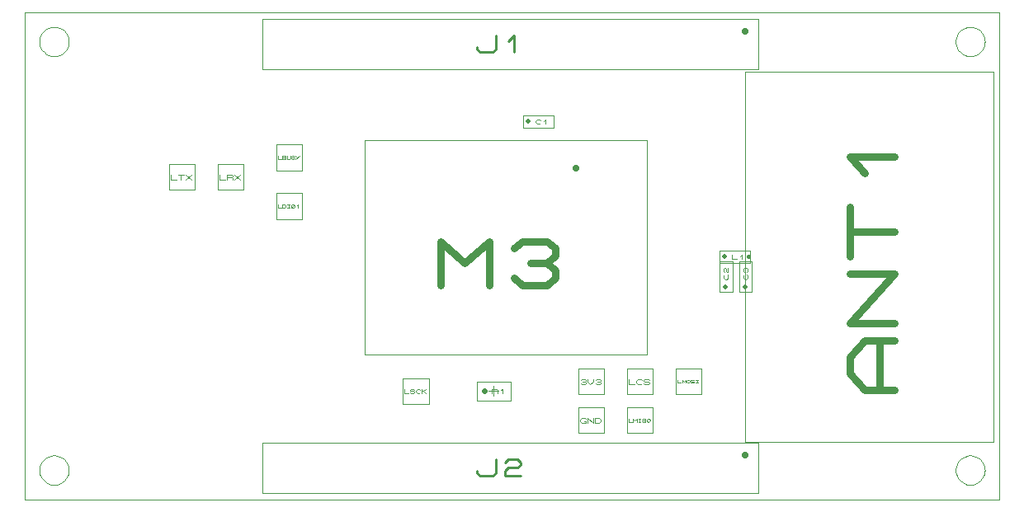
<source format=gbr>
G04 PROTEUS GERBER X2 FILE*
%TF.GenerationSoftware,Labcenter,Proteus,8.16-SP3-Build36097*%
%TF.CreationDate,2025-11-07T09:33:48+00:00*%
%TF.FileFunction,AssemblyDrawing,Top*%
%TF.FilePolarity,Positive*%
%TF.Part,Single*%
%TF.SameCoordinates,{ab98911b-3f69-4870-a6fc-6ca9eaabf26d}*%
%FSLAX45Y45*%
%MOMM*%
G01*
%TA.AperFunction,Profile*%
%ADD22C,0.101600*%
%TA.AperFunction,Material*%
%ADD25C,0.100000*%
%ADD40C,0.664000*%
%ADD41C,0.748990*%
%ADD26C,0.101600*%
%ADD42C,0.508000*%
%ADD43C,0.076200*%
%ADD44C,0.050800*%
%ADD45C,0.084660*%
%ADD46C,0.063500*%
%ADD47C,0.050000*%
%ADD48C,0.579120*%
%ADD49C,0.079460*%
%ADD50C,0.400000*%
%ADD51C,0.761140*%
%ADD52C,0.711200*%
%ADD53C,0.284480*%
%TD.AperFunction*%
D22*
X+9000Y+9000D02*
X+10009000Y+9000D01*
X+10009000Y+5009000D01*
X+9000Y+5009000D01*
X+9000Y+9000D01*
X+9859000Y+4709000D02*
X+9858498Y+4721258D01*
X+9854422Y+4745775D01*
X+9845906Y+4770292D01*
X+9832032Y+4794809D01*
X+9810806Y+4819161D01*
X+9786289Y+4837555D01*
X+9761772Y+4849411D01*
X+9737255Y+4856315D01*
X+9712738Y+4858953D01*
X+9709000Y+4859000D01*
X+9559000Y+4709000D02*
X+9559502Y+4721258D01*
X+9563578Y+4745775D01*
X+9572094Y+4770292D01*
X+9585968Y+4794809D01*
X+9607194Y+4819161D01*
X+9631711Y+4837555D01*
X+9656228Y+4849411D01*
X+9680745Y+4856315D01*
X+9705262Y+4858953D01*
X+9709000Y+4859000D01*
X+9559000Y+4709000D02*
X+9559502Y+4696742D01*
X+9563578Y+4672225D01*
X+9572094Y+4647708D01*
X+9585968Y+4623191D01*
X+9607194Y+4598839D01*
X+9631711Y+4580445D01*
X+9656228Y+4568589D01*
X+9680745Y+4561685D01*
X+9705262Y+4559047D01*
X+9709000Y+4559000D01*
X+9859000Y+4709000D02*
X+9858498Y+4696742D01*
X+9854422Y+4672225D01*
X+9845906Y+4647708D01*
X+9832032Y+4623191D01*
X+9810806Y+4598839D01*
X+9786289Y+4580445D01*
X+9761772Y+4568589D01*
X+9737255Y+4561685D01*
X+9712738Y+4559047D01*
X+9709000Y+4559000D01*
X+9859000Y+309000D02*
X+9858498Y+321258D01*
X+9854422Y+345775D01*
X+9845906Y+370292D01*
X+9832032Y+394809D01*
X+9810806Y+419161D01*
X+9786289Y+437555D01*
X+9761772Y+449411D01*
X+9737255Y+456315D01*
X+9712738Y+458953D01*
X+9709000Y+459000D01*
X+9559000Y+309000D02*
X+9559502Y+321258D01*
X+9563578Y+345775D01*
X+9572094Y+370292D01*
X+9585968Y+394809D01*
X+9607194Y+419161D01*
X+9631711Y+437555D01*
X+9656228Y+449411D01*
X+9680745Y+456315D01*
X+9705262Y+458953D01*
X+9709000Y+459000D01*
X+9559000Y+309000D02*
X+9559502Y+296742D01*
X+9563578Y+272225D01*
X+9572094Y+247708D01*
X+9585968Y+223191D01*
X+9607194Y+198839D01*
X+9631711Y+180445D01*
X+9656228Y+168589D01*
X+9680745Y+161685D01*
X+9705262Y+159047D01*
X+9709000Y+159000D01*
X+9859000Y+309000D02*
X+9858498Y+296742D01*
X+9854422Y+272225D01*
X+9845906Y+247708D01*
X+9832032Y+223191D01*
X+9810806Y+198839D01*
X+9786289Y+180445D01*
X+9761772Y+168589D01*
X+9737255Y+161685D01*
X+9712738Y+159047D01*
X+9709000Y+159000D01*
X+459000Y+309000D02*
X+458498Y+321258D01*
X+454422Y+345775D01*
X+445906Y+370292D01*
X+432032Y+394809D01*
X+410806Y+419161D01*
X+386289Y+437555D01*
X+361772Y+449411D01*
X+337255Y+456315D01*
X+312738Y+458953D01*
X+309000Y+459000D01*
X+159000Y+309000D02*
X+159502Y+321258D01*
X+163578Y+345775D01*
X+172094Y+370292D01*
X+185968Y+394809D01*
X+207194Y+419161D01*
X+231711Y+437555D01*
X+256228Y+449411D01*
X+280745Y+456315D01*
X+305262Y+458953D01*
X+309000Y+459000D01*
X+159000Y+309000D02*
X+159502Y+296742D01*
X+163578Y+272225D01*
X+172094Y+247708D01*
X+185968Y+223191D01*
X+207194Y+198839D01*
X+231711Y+180445D01*
X+256228Y+168589D01*
X+280745Y+161685D01*
X+305262Y+159047D01*
X+309000Y+159000D01*
X+459000Y+309000D02*
X+458498Y+296742D01*
X+454422Y+272225D01*
X+445906Y+247708D01*
X+432032Y+223191D01*
X+410806Y+198839D01*
X+386289Y+180445D01*
X+361772Y+168589D01*
X+337255Y+161685D01*
X+312738Y+159047D01*
X+309000Y+159000D01*
X+459000Y+4709000D02*
X+458498Y+4721258D01*
X+454422Y+4745775D01*
X+445906Y+4770292D01*
X+432032Y+4794809D01*
X+410806Y+4819161D01*
X+386289Y+4837555D01*
X+361772Y+4849411D01*
X+337255Y+4856315D01*
X+312738Y+4858953D01*
X+309000Y+4859000D01*
X+159000Y+4709000D02*
X+159502Y+4721258D01*
X+163578Y+4745775D01*
X+172094Y+4770292D01*
X+185968Y+4794809D01*
X+207194Y+4819161D01*
X+231711Y+4837555D01*
X+256228Y+4849411D01*
X+280745Y+4856315D01*
X+305262Y+4858953D01*
X+309000Y+4859000D01*
X+159000Y+4709000D02*
X+159502Y+4696742D01*
X+163578Y+4672225D01*
X+172094Y+4647708D01*
X+185968Y+4623191D01*
X+207194Y+4598839D01*
X+231711Y+4580445D01*
X+256228Y+4568589D01*
X+280745Y+4561685D01*
X+305262Y+4559047D01*
X+309000Y+4559000D01*
X+459000Y+4709000D02*
X+458498Y+4696742D01*
X+454422Y+4672225D01*
X+445906Y+4647708D01*
X+432032Y+4623191D01*
X+410806Y+4598839D01*
X+386289Y+4580445D01*
X+361772Y+4568589D01*
X+337255Y+4561685D01*
X+312738Y+4559047D01*
X+309000Y+4559000D01*
D25*
X+3498000Y+1498000D02*
X+6393000Y+1498000D01*
X+6393000Y+3693000D01*
X+3498000Y+3693000D01*
X+3498000Y+1498000D01*
D40*
X+5660000Y+3410000D02*
X+5660000Y+3410000D01*
D41*
X+4271406Y+2210201D02*
X+4271406Y+2659598D01*
X+4524191Y+2434900D01*
X+4776976Y+2659598D01*
X+4776976Y+2210201D01*
X+5029761Y+2584698D02*
X+5114023Y+2659598D01*
X+5366808Y+2659598D01*
X+5451070Y+2584698D01*
X+5451070Y+2509799D01*
X+5366808Y+2434900D01*
X+5451070Y+2360000D01*
X+5451070Y+2285101D01*
X+5366808Y+2210201D01*
X+5114023Y+2210201D01*
X+5029761Y+2285101D01*
X+5198285Y+2434900D02*
X+5366808Y+2434900D01*
D26*
X+5119200Y+3821420D02*
X+5434160Y+3821420D01*
X+5434160Y+3953500D01*
X+5119200Y+3953500D01*
X+5119200Y+3821420D01*
D42*
X+5170000Y+3890000D02*
X+5170000Y+3890000D01*
D43*
X+5297635Y+3872220D02*
X+5289062Y+3864600D01*
X+5263345Y+3864600D01*
X+5246200Y+3879840D01*
X+5246200Y+3895080D01*
X+5263345Y+3910320D01*
X+5289062Y+3910320D01*
X+5297635Y+3902700D01*
X+5331925Y+3895080D02*
X+5349070Y+3910320D01*
X+5349070Y+3864600D01*
D26*
X+2587920Y+3387920D02*
X+2852080Y+3387920D01*
X+2852080Y+3652080D01*
X+2587920Y+3652080D01*
X+2587920Y+3387920D01*
D44*
X+2605700Y+3535240D02*
X+2605700Y+3504760D01*
X+2639990Y+3504760D01*
X+2651420Y+3504760D02*
X+2651420Y+3535240D01*
X+2679995Y+3535240D01*
X+2685710Y+3530160D01*
X+2685710Y+3525080D01*
X+2679995Y+3520000D01*
X+2685710Y+3514920D01*
X+2685710Y+3509840D01*
X+2679995Y+3504760D01*
X+2651420Y+3504760D01*
X+2651420Y+3520000D02*
X+2679995Y+3520000D01*
X+2697140Y+3535240D02*
X+2697140Y+3509840D01*
X+2702855Y+3504760D01*
X+2725715Y+3504760D01*
X+2731430Y+3509840D01*
X+2731430Y+3535240D01*
X+2742860Y+3509840D02*
X+2748575Y+3504760D01*
X+2771435Y+3504760D01*
X+2777150Y+3509840D01*
X+2777150Y+3514920D01*
X+2771435Y+3520000D01*
X+2748575Y+3520000D01*
X+2742860Y+3525080D01*
X+2742860Y+3530160D01*
X+2748575Y+3535240D01*
X+2771435Y+3535240D01*
X+2777150Y+3530160D01*
X+2822870Y+3535240D02*
X+2788580Y+3504760D01*
X+2788580Y+3535240D02*
X+2805725Y+3520000D01*
D26*
X+2587920Y+2887920D02*
X+2852080Y+2887920D01*
X+2852080Y+3152080D01*
X+2587920Y+3152080D01*
X+2587920Y+2887920D01*
D44*
X+2605700Y+3035240D02*
X+2605700Y+3004760D01*
X+2639990Y+3004760D01*
X+2651420Y+3004760D02*
X+2651420Y+3035240D01*
X+2674280Y+3035240D01*
X+2685710Y+3025080D01*
X+2685710Y+3014920D01*
X+2674280Y+3004760D01*
X+2651420Y+3004760D01*
X+2702855Y+3035240D02*
X+2725715Y+3035240D01*
X+2714285Y+3035240D02*
X+2714285Y+3004760D01*
X+2702855Y+3004760D02*
X+2725715Y+3004760D01*
X+2742860Y+3009840D02*
X+2742860Y+3030160D01*
X+2748575Y+3035240D01*
X+2771435Y+3035240D01*
X+2777150Y+3030160D01*
X+2777150Y+3009840D01*
X+2771435Y+3004760D01*
X+2748575Y+3004760D01*
X+2742860Y+3009840D01*
X+2742860Y+3004760D02*
X+2777150Y+3035240D01*
X+2800010Y+3025080D02*
X+2811440Y+3035240D01*
X+2811440Y+3004760D01*
D26*
X+1987920Y+3187920D02*
X+2252080Y+3187920D01*
X+2252080Y+3452080D01*
X+1987920Y+3452080D01*
X+1987920Y+3187920D01*
D45*
X+2005702Y+3345399D02*
X+2005702Y+3294600D01*
X+2062851Y+3294600D01*
X+2081901Y+3294600D02*
X+2081901Y+3345399D01*
X+2129525Y+3345399D01*
X+2139050Y+3336933D01*
X+2139050Y+3328466D01*
X+2129525Y+3320000D01*
X+2081901Y+3320000D01*
X+2129525Y+3320000D02*
X+2139050Y+3311533D01*
X+2139050Y+3294600D01*
X+2158100Y+3345399D02*
X+2215249Y+3294600D01*
X+2158100Y+3294600D02*
X+2215249Y+3345399D01*
D26*
X+1487920Y+3187920D02*
X+1752080Y+3187920D01*
X+1752080Y+3452080D01*
X+1487920Y+3452080D01*
X+1487920Y+3187920D01*
D45*
X+1505702Y+3345399D02*
X+1505702Y+3294600D01*
X+1562851Y+3294600D01*
X+1581901Y+3345399D02*
X+1639050Y+3345399D01*
X+1610475Y+3345399D02*
X+1610475Y+3294600D01*
X+1658100Y+3345399D02*
X+1715249Y+3294600D01*
X+1658100Y+3294600D02*
X+1715249Y+3345399D01*
D26*
X+3887920Y+987920D02*
X+4152080Y+987920D01*
X+4152080Y+1252080D01*
X+3887920Y+1252080D01*
X+3887920Y+987920D01*
D46*
X+3905700Y+1139050D02*
X+3905700Y+1100950D01*
X+3948562Y+1100950D01*
X+3962850Y+1107300D02*
X+3969993Y+1100950D01*
X+3998568Y+1100950D01*
X+4005712Y+1107300D01*
X+4005712Y+1113650D01*
X+3998568Y+1120000D01*
X+3969993Y+1120000D01*
X+3962850Y+1126350D01*
X+3962850Y+1132700D01*
X+3969993Y+1139050D01*
X+3998568Y+1139050D01*
X+4005712Y+1132700D01*
X+4062862Y+1107300D02*
X+4055718Y+1100950D01*
X+4034287Y+1100950D01*
X+4020000Y+1113650D01*
X+4020000Y+1126350D01*
X+4034287Y+1139050D01*
X+4055718Y+1139050D01*
X+4062862Y+1132700D01*
X+4077150Y+1139050D02*
X+4077150Y+1100950D01*
X+4120012Y+1139050D02*
X+4098581Y+1120000D01*
X+4120012Y+1100950D01*
X+4077150Y+1120000D02*
X+4098581Y+1120000D01*
D47*
X+4645000Y+1020000D02*
X+4995000Y+1020000D01*
X+4995000Y+1220000D01*
X+4645000Y+1220000D01*
X+4645000Y+1020000D01*
X+4820000Y+1170000D02*
X+4820000Y+1070000D01*
X+4870000Y+1120000D02*
X+4770000Y+1120000D01*
D48*
X+4720000Y+1120000D02*
X+4720000Y+1120000D01*
D49*
X+4801714Y+1096162D02*
X+4801714Y+1143838D01*
X+4846410Y+1143838D01*
X+4855349Y+1135892D01*
X+4855349Y+1127946D01*
X+4846410Y+1120000D01*
X+4801714Y+1120000D01*
X+4846410Y+1120000D02*
X+4855349Y+1112054D01*
X+4855349Y+1096162D01*
X+4891106Y+1127946D02*
X+4908985Y+1143838D01*
X+4908985Y+1096162D01*
D26*
X+5687920Y+1087920D02*
X+5952080Y+1087920D01*
X+5952080Y+1352080D01*
X+5687920Y+1352080D01*
X+5687920Y+1087920D01*
D45*
X+5715226Y+1236933D02*
X+5724751Y+1245399D01*
X+5753326Y+1245399D01*
X+5762851Y+1236933D01*
X+5762851Y+1228466D01*
X+5753326Y+1220000D01*
X+5762851Y+1211533D01*
X+5762851Y+1203066D01*
X+5753326Y+1194600D01*
X+5724751Y+1194600D01*
X+5715226Y+1203066D01*
X+5734276Y+1220000D02*
X+5753326Y+1220000D01*
X+5781901Y+1245399D02*
X+5781901Y+1220000D01*
X+5810475Y+1194600D01*
X+5839050Y+1220000D01*
X+5839050Y+1245399D01*
X+5867624Y+1236933D02*
X+5877149Y+1245399D01*
X+5905724Y+1245399D01*
X+5915249Y+1236933D01*
X+5915249Y+1228466D01*
X+5905724Y+1220000D01*
X+5915249Y+1211533D01*
X+5915249Y+1203066D01*
X+5905724Y+1194600D01*
X+5877149Y+1194600D01*
X+5867624Y+1203066D01*
X+5886674Y+1220000D02*
X+5905724Y+1220000D01*
D26*
X+5687920Y+687920D02*
X+5952080Y+687920D01*
X+5952080Y+952080D01*
X+5687920Y+952080D01*
X+5687920Y+687920D01*
D45*
X+5743801Y+811533D02*
X+5762851Y+811533D01*
X+5762851Y+794600D01*
X+5724751Y+794600D01*
X+5705702Y+811533D01*
X+5705702Y+828466D01*
X+5724751Y+845399D01*
X+5753326Y+845399D01*
X+5762851Y+836933D01*
X+5781901Y+794600D02*
X+5781901Y+845399D01*
X+5839050Y+794600D01*
X+5839050Y+845399D01*
X+5858100Y+794600D02*
X+5858100Y+845399D01*
X+5896199Y+845399D01*
X+5915249Y+828466D01*
X+5915249Y+811533D01*
X+5896199Y+794600D01*
X+5858100Y+794600D01*
D26*
X+6187920Y+1087920D02*
X+6452080Y+1087920D01*
X+6452080Y+1352080D01*
X+6187920Y+1352080D01*
X+6187920Y+1087920D01*
D45*
X+6205702Y+1245399D02*
X+6205702Y+1194600D01*
X+6262851Y+1194600D01*
X+6339050Y+1203066D02*
X+6329525Y+1194600D01*
X+6300950Y+1194600D01*
X+6281901Y+1211533D01*
X+6281901Y+1228466D01*
X+6300950Y+1245399D01*
X+6329525Y+1245399D01*
X+6339050Y+1236933D01*
X+6358100Y+1203066D02*
X+6367624Y+1194600D01*
X+6405724Y+1194600D01*
X+6415249Y+1203066D01*
X+6415249Y+1211533D01*
X+6405724Y+1220000D01*
X+6367624Y+1220000D01*
X+6358100Y+1228466D01*
X+6358100Y+1236933D01*
X+6367624Y+1245399D01*
X+6405724Y+1245399D01*
X+6415249Y+1236933D01*
D26*
X+6187920Y+687920D02*
X+6452080Y+687920D01*
X+6452080Y+952080D01*
X+6187920Y+952080D01*
X+6187920Y+687920D01*
D44*
X+6205700Y+835240D02*
X+6205700Y+804760D01*
X+6239990Y+804760D01*
X+6251420Y+804760D02*
X+6251420Y+835240D01*
X+6268565Y+820000D01*
X+6285710Y+835240D01*
X+6285710Y+804760D01*
X+6302855Y+835240D02*
X+6325715Y+835240D01*
X+6314285Y+835240D02*
X+6314285Y+804760D01*
X+6302855Y+804760D02*
X+6325715Y+804760D01*
X+6342860Y+809840D02*
X+6348575Y+804760D01*
X+6371435Y+804760D01*
X+6377150Y+809840D01*
X+6377150Y+814920D01*
X+6371435Y+820000D01*
X+6348575Y+820000D01*
X+6342860Y+825080D01*
X+6342860Y+830160D01*
X+6348575Y+835240D01*
X+6371435Y+835240D01*
X+6377150Y+830160D01*
X+6388580Y+825080D02*
X+6400010Y+835240D01*
X+6411440Y+835240D01*
X+6422870Y+825080D01*
X+6422870Y+814920D01*
X+6411440Y+804760D01*
X+6400010Y+804760D01*
X+6388580Y+814920D01*
X+6388580Y+825080D01*
D26*
X+6687920Y+1087920D02*
X+6952080Y+1087920D01*
X+6952080Y+1352080D01*
X+6687920Y+1352080D01*
X+6687920Y+1087920D01*
D44*
X+6705700Y+1235240D02*
X+6705700Y+1204760D01*
X+6739990Y+1204760D01*
X+6751420Y+1204760D02*
X+6751420Y+1235240D01*
X+6768565Y+1220000D01*
X+6785710Y+1235240D01*
X+6785710Y+1204760D01*
X+6797140Y+1225080D02*
X+6808570Y+1235240D01*
X+6820000Y+1235240D01*
X+6831430Y+1225080D01*
X+6831430Y+1214920D01*
X+6820000Y+1204760D01*
X+6808570Y+1204760D01*
X+6797140Y+1214920D01*
X+6797140Y+1225080D01*
X+6842860Y+1209840D02*
X+6848575Y+1204760D01*
X+6871435Y+1204760D01*
X+6877150Y+1209840D01*
X+6877150Y+1214920D01*
X+6871435Y+1220000D01*
X+6848575Y+1220000D01*
X+6842860Y+1225080D01*
X+6842860Y+1230160D01*
X+6848575Y+1235240D01*
X+6871435Y+1235240D01*
X+6877150Y+1230160D01*
X+6894295Y+1235240D02*
X+6917155Y+1235240D01*
X+6905725Y+1235240D02*
X+6905725Y+1204760D01*
X+6894295Y+1204760D02*
X+6917155Y+1204760D01*
D26*
X+7136500Y+2135840D02*
X+7268580Y+2135840D01*
X+7268580Y+2450800D01*
X+7136500Y+2450800D01*
X+7136500Y+2135840D01*
D42*
X+7200000Y+2186640D02*
X+7200000Y+2186640D01*
D43*
X+7217780Y+2314275D02*
X+7225400Y+2305702D01*
X+7225400Y+2279985D01*
X+7210160Y+2262840D01*
X+7194920Y+2262840D01*
X+7179680Y+2279985D01*
X+7179680Y+2305702D01*
X+7187300Y+2314275D01*
X+7187300Y+2339992D02*
X+7179680Y+2348565D01*
X+7179680Y+2374282D01*
X+7187300Y+2382855D01*
X+7194920Y+2382855D01*
X+7202540Y+2374282D01*
X+7202540Y+2348565D01*
X+7210160Y+2339992D01*
X+7225400Y+2339992D01*
X+7225400Y+2382855D01*
D26*
X+7336500Y+2135840D02*
X+7468580Y+2135840D01*
X+7468580Y+2450800D01*
X+7336500Y+2450800D01*
X+7336500Y+2135840D01*
D42*
X+7400000Y+2186640D02*
X+7400000Y+2186640D01*
D43*
X+7417780Y+2314275D02*
X+7425400Y+2305702D01*
X+7425400Y+2279985D01*
X+7410160Y+2262840D01*
X+7394920Y+2262840D01*
X+7379680Y+2279985D01*
X+7379680Y+2305702D01*
X+7387300Y+2314275D01*
X+7387300Y+2339992D02*
X+7379680Y+2348565D01*
X+7379680Y+2374282D01*
X+7387300Y+2382855D01*
X+7394920Y+2382855D01*
X+7402540Y+2374282D01*
X+7410160Y+2382855D01*
X+7417780Y+2382855D01*
X+7425400Y+2374282D01*
X+7425400Y+2348565D01*
X+7417780Y+2339992D01*
X+7402540Y+2357137D02*
X+7402540Y+2374282D01*
D26*
X+7135840Y+2431420D02*
X+7450800Y+2431420D01*
X+7450800Y+2563500D01*
X+7135840Y+2563500D01*
X+7135840Y+2431420D01*
D42*
X+7186640Y+2500000D02*
X+7186640Y+2500000D01*
D43*
X+7262840Y+2520320D02*
X+7262840Y+2474600D01*
X+7314275Y+2474600D01*
X+7348565Y+2505080D02*
X+7365710Y+2520320D01*
X+7365710Y+2474600D01*
D26*
X+7395000Y+600000D02*
X+9950000Y+600000D01*
X+9950000Y+4400000D01*
X+7395000Y+4400000D01*
X+7395000Y+600000D01*
D50*
X+7430000Y+2500000D02*
X+7430000Y+2500000D01*
D51*
X+8928342Y+1129948D02*
X+8623886Y+1129948D01*
X+8471658Y+1301204D01*
X+8471658Y+1472461D01*
X+8623886Y+1643717D01*
X+8928342Y+1643717D01*
X+8776114Y+1129948D02*
X+8776114Y+1643717D01*
X+8928342Y+1814974D02*
X+8471658Y+1814974D01*
X+8928342Y+2328743D01*
X+8471658Y+2328743D01*
X+8471658Y+2500000D02*
X+8471658Y+3013769D01*
X+8471658Y+2756884D02*
X+8928342Y+2756884D01*
X+8623886Y+3356282D02*
X+8471658Y+3527539D01*
X+8928342Y+3527539D01*
D26*
X+2441920Y+4427040D02*
X+7532080Y+4427040D01*
X+7532080Y+4945200D01*
X+2441920Y+4945200D01*
X+2441920Y+4427040D01*
D52*
X+7400000Y+4813120D02*
X+7400000Y+4813120D01*
D53*
X+4647148Y+4657672D02*
X+4647148Y+4629224D01*
X+4679152Y+4600776D01*
X+4807168Y+4600776D01*
X+4839172Y+4629224D01*
X+4839172Y+4771464D01*
X+4967188Y+4714568D02*
X+5031196Y+4771464D01*
X+5031196Y+4600776D01*
D26*
X+2441920Y+73920D02*
X+7532080Y+73920D01*
X+7532080Y+592080D01*
X+2441920Y+592080D01*
X+2441920Y+73920D01*
D52*
X+7400000Y+460000D02*
X+7400000Y+460000D01*
D53*
X+4647148Y+304552D02*
X+4647148Y+276104D01*
X+4679152Y+247656D01*
X+4807168Y+247656D01*
X+4839172Y+276104D01*
X+4839172Y+418344D01*
X+4935184Y+389896D02*
X+4967188Y+418344D01*
X+5063200Y+418344D01*
X+5095204Y+389896D01*
X+5095204Y+361448D01*
X+5063200Y+333000D01*
X+4967188Y+333000D01*
X+4935184Y+304552D01*
X+4935184Y+247656D01*
X+5095204Y+247656D01*
M02*

</source>
